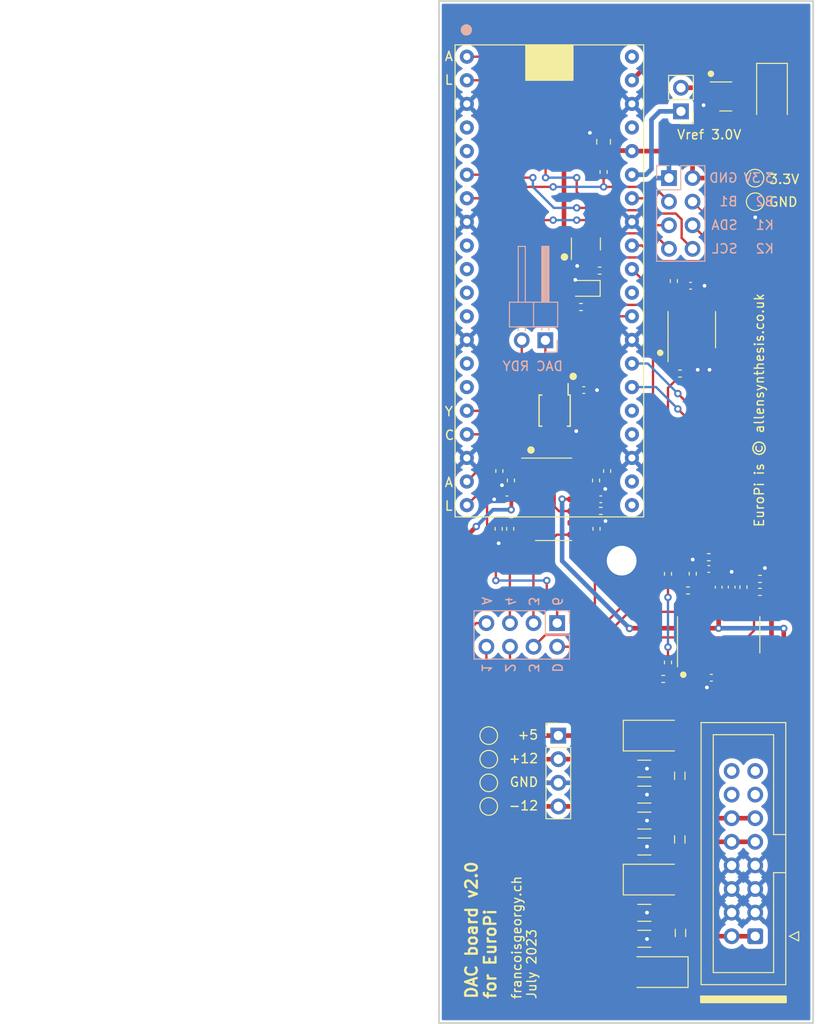
<source format=kicad_pcb>
(kicad_pcb (version 20221018) (generator pcbnew)
  (layers (0 "F.Cu" signal) (31 "B.Cu" signal) (34 "B.Paste" user) (35 "F.Paste" user) (36 "B.SilkS" user "B.Silkscreen") (37 "F.SilkS" user "F.Silkscreen") (38 "B.Mask" user) (39 "F.Mask" user) (44 "Edge.Cuts" user))
  (net 0 "")
  (net 1 "GND")
  (net 2 "/ADC_VREF")
  (net 3 "Net-(U3C-+)")
  (net 4 "/GP2")
  (net 5 "/GP3")
  (net 6 "Net-(U3D-+)")
  (net 7 "/Euro+5")
  (net 8 "/Euro+12")
  (net 9 "/Euro-12")
  (net 12 "/DIG_IN")
  (net 13 "/PWM1")
  (net 14 "/PWM2")
  (net 15 "/AN_IN")
  (net 18 "/OLED SDA P")
  (net 19 "/OLED SCL P")
  (net 20 "/DAC_RDY")
  (net 21 "/DAC_LDAC")
  (net 22 "/DAC_SDA")
  (net 23 "/DAC_SCL")
  (net 24 "/KNOB 2 P")
  (net 25 "/KNOB 1 P")
  (net 26 "Net-(D1-K)")
  (net 27 "Net-(D3-K)")
  (net 28 "Net-(D4-A)")
  (net 29 "Net-(R21-Pad2)")
  (net 30 "Net-(U5A--)")
  (net 31 "Net-(U4A--)")
  (net 32 "Net-(U4B--)")
  (net 33 "Net-(U4C--)")
  (net 34 "Net-(U4D--)")
  (net 35 "Net-(U3C--)")
  (net 36 "Net-(U3D--)")
  (net 49 "/BUTTON 1 P")
  (net 50 "/BUTTON 2 P")
  (net 51 "/OUTPUT 6 P")
  (net 52 "/OUTPUT 5 P")
  (net 53 "/OUTPUT 4 P")
  (net 54 "/ANALOGUE IN P")
  (net 55 "/OUTPUT 1 P")
  (net 56 "/OUTPUT 2 P")
  (net 57 "/OUTPUT 3 P")
  (net 58 "/DIGITAL IN P")
  (net 60 "/+5V")
  (net 61 "/+12V")
  (net 62 "/-12V")
  (net 63 "/+3.3V P")
  (net 64 "Net-(D5-A)")
  (net 68 "/DACA")
  (net 69 "/DACB")
  (net 70 "/DACC")
  (net 71 "/DACD")
  (net 72 "/DAC_RDY_JP")
  (net 73 "Net-(#FLG07-pwr)")
  (net 74 "/VREF30")
  (net 75 "Net-(U3A--)")
  (footprint "Capacitor_SMD:C_0402_1005Metric" (layer "F.Cu") (at 133.35 100.299 180)
    (fp_text reference "C4" hide)
    (fp_text value "100nF")
  )
  (footprint "Package_TO_SOT_SMD:SOT-23" (layer "F.Cu") (at 146.812 56.9468)
    (fp_text reference "U1" hide)
    (fp_text value "LM4040B30FTA")
  )
  (footprint "Capacitor_SMD:C_1206_3216Metric" (layer "F.Cu") (at 138.042 132.08)
    (fp_text reference "C25" hide)
    (fp_text value "22uF")
  )
  (footprint "Capacitor_SMD:C_1206_3216Metric" (layer "F.Cu") (at 138.042 129.286)
    (fp_text reference "C20" hide)
    (fp_text value "22uF")
  )
  (footprint "Resistor_SMD:R_0402_1005Metric" (layer "F.Cu") (at 133.223 75.692 180)
    (fp_text reference "R27" hide)
    (fp_text value "100K")
  )
  (footprint "Capacitor_SMD:C_1206_3216Metric" (layer "F.Cu") (at 138.042 144.8011)
    (fp_text reference "C24" hide)
    (fp_text value "22uF")
  )
  (footprint "Diode_SMD:D_SOD-323" (layer "F.Cu") (at 131.6736 77.597 180)
    (fp_text reference "D1" hide)
    (fp_text value "1N5817WS")
  )
  (footprint "TestPoint:TestPoint_Pad_D1.5mm" (layer "F.Cu") (at 121.285 130.81)
    (fp_text reference "TP3" hide)
    (fp_text value "TestPoint")
  )
  (footprint "Diode_SMD:D_SMA" (layer "F.Cu") (at 139.287 141.224)
    (fp_text reference "D4" hide)
    (fp_text value "STPS1L30")
  )
  (footprint "Resistor_SMD:R_0402_1005Metric" (layer "F.Cu") (at 133.35 101.5492)
    (fp_text reference "R33" hide)
    (fp_text value "100K")
  )
  (footprint "Resistor_SMD:R_0402_1005Metric" (layer "F.Cu") (at 140.589 108.3173 90)
    (fp_text reference "R22" hide)
    (fp_text value "22K")
  )
  (footprint "Package_TO_SOT_SMD:SOT-23" (layer "F.Cu") (at 131.7498 72.8218 90)
    (fp_text reference "Q1" hide)
    (fp_text value "MBT2222A")
  )
  (footprint "Capacitor_SMD:C_0402_1005Metric" (layer "F.Cu") (at 144.9832 107.7976 180)
    (fp_text reference "C10" hide)
    (fp_text value "100nF")
  )
  (footprint "Resistor_SMD:R_0402_1005Metric" (layer "F.Cu") (at 133.6548 65.0748 90)
    (fp_text reference "R24" hide)
    (fp_text value "10K")
  )
  (footprint "TestPoint:TestPoint_Pad_D1.5mm" (layer "F.Cu") (at 121.285 125.73)
    (fp_text reference "TP1" hide)
    (fp_text value "TestPoint")
  )
  (footprint "Eurorack:Raspberry Pi Pico" (layer "F.Cu") (at 118.925 52.665)
    (fp_text reference "RPI1" hide)
    (fp_text value "Raspberry_Pi_Pico")
  )
  (footprint "TestPoint:TestPoint_Pad_D1.5mm" (layer "F.Cu") (at 149.987 68.2752)
    (fp_text reference "TP6" hide)
    (fp_text value "TestPoint")
  )
  (footprint "Capacitor_SMD:C_1206_3216Metric" (layer "F.Cu") (at 138.042 137.668)
    (fp_text reference "C22" hide)
    (fp_text value "22uF")
  )
  (footprint "Package_SO:SOIC-8_3.9x4.9mm_P1.27mm" (layer "F.Cu") (at 143.1544 82.042 90)
    (fp_text reference "U5" hide)
    (fp_text value "MCP6002")
  )
  (footprint "Resistor_SMD:R_0402_1005Metric" (layer "F.Cu") (at 144.9832 106.5276 180)
    (fp_text reference "R2" hide)
    (fp_text value "1K")
  )
  (footprint "Resistor_SMD:R_0402_1005Metric" (layer "F.Cu") (at 143.256 108.3056 90)
    (fp_text reference "R30" hide)
    (fp_text value "100K")
  )
  (footprint "Resistor_SMD:R_0402_1005Metric" (layer "F.Cu") (at 140.589 117.856 90)
    (fp_text reference "R21" hide)
    (fp_text value "22K")
  )
  (footprint "Resistor_SMD:R_0402_1005Metric" (layer "F.Cu") (at 132.8928 103.4796 90)
    (fp_text reference "R39" hide)
    (fp_text value "220K")
  )
  (footprint "Package_SO:SOIC-14_3.9x8.7mm_P1.27mm" (layer "F.Cu") (at 128.268 100.299)
    (fp_text reference "U4" hide)
    (fp_text value "TL074")
  )
  (footprint "Capacitor_SMD:C_0402_1005Metric" (layer "F.Cu") (at 131.5212 88.5444)
    (fp_text reference "C8" hide)
    (fp_text value "100nF")
  )
  (footprint "Resistor_SMD:R_0402_1005Metric" (layer "F.Cu") (at 123.5992 103.4796 90)
    (fp_text reference "R38" hide)
    (fp_text value "220K")
  )
  (footprint "Resistor_SMD:R_0402_1005Metric" (layer "F.Cu") (at 132.842 98.2746 -90)
    (fp_text reference "R34" hide)
    (fp_text value "100K")
  )
  (footprint "Resistor_SMD:R_0402_1005Metric" (layer "F.Cu") (at 131.2164 79.6036)
    (fp_text reference "R26" hide)
    (fp_text value "10K")
  )
  (footprint "Resistor_SMD:R_0402_1005Metric" (layer "F.Cu") (at 142.748 110.109)
    (fp_text reference "R36" hide)
    (fp_text value "220K")
  )
  (footprint "Connector_PinHeader_2.54mm:PinHeader_1x02_P2.54mm_Vertical" (layer "F.Cu") (at 141.986 58.547 180)
    (fp_text reference "J7" hide)
    (fp_text value "Conn_01x02_Pin")
  )
  (footprint "Resistor_SMD:R_0402_1005Metric" (layer "F.Cu") (at 150.497 108.8644)
    (fp_text reference "R29" hide)
    (fp_text value "100K")
  )
  (footprint "Capacitor_SMD:C_0402_1005Metric" (layer "F.Cu") (at 145.2626 119.507 180)
    (fp_text reference "C5" hide)
    (fp_text value "100nF")
  )
  (footprint "Capacitor_SMD:C_0402_1005Metric" (layer "F.Cu") (at 147.447 109.7534 90)
    (fp_text reference "C9" hide)
    (fp_text value "100nF")
  )
  (footprint "Diode_SMD:D_SMA" (layer "F.Cu") (at 139.287 125.73)
    (fp_text reference "D5" hide)
    (fp_text value "STPS1L30")
  )
  (footprint "Diode_SMD:D_SMA" (layer "F.Cu") (at 139.242 151.1808 180)
    (fp_text reference "D3" hide)
    (fp_text value "STPS1L30")
  )
  (footprint "Capacitor_SMD:C_0805_2012Metric" (layer "F.Cu") (at 133.6548 61.8236 90)
    (fp_text reference "C1" hide)
    (fp_text value "10uF")
  )
  (footprint "Resistor_SMD:R_0402_1005Metric" (layer "F.Cu") (at 140.081 119.634)
    (fp_text reference "R28" hide)
    (fp_text value "100K")
  )
  (footprint "Inductor_SMD:L_0805_2012Metric" (layer "F.Cu") (at 141.859 130.048 90)
    (fp_text reference "FB1" hide)
    (fp_text value "FerriteBead")
  )
  (footprint "Connector_IDC:IDC-Header_2x08_P2.54mm_Vertical" (layer "F.Cu") (at 149.987 147.32 180)
    (fp_text reference "J1" hide)
    (fp_text value "Conn_02x08_Odd_Even")
  )
  (footprint "Capacitor_SMD:C_0402_1005Metric" (layer "F.Cu") (at 146.05 109.7534 -90)
    (fp_text reference "C6" hide)
    (fp_text value "100nF")
  )
  (footprint "Capacitor_SMD:C_1206_3216Metric" (layer "F.Cu") (at 138.042 147.5951)
    (fp_text reference "C23" hide)
    (fp_text value "22uF")
  )
  (footprint "Connector_PinHeader_2.54mm:PinHeader_1x04_P2.54mm_Vertical" (layer "F.Cu") (at 128.778 125.73)
    (fp_text reference "J6" hide)
    (fp_text value "Conn_01x04_Male")
  )
  (footprint "Resistor_SMD:R_0402_1005Metric" (layer "F.Cu") (at 122.3518 103.4796 -90)
    (fp_text reference "R32" hide)
    (fp_text value "100K")
  )
  (footprint "Inductor_SMD:L_0805_2012Metric" (layer "F.Cu") (at 141.859 136.906 -90)
    (fp_text reference "FB2" hide)
    (fp_text value "FerriteBead" hide)
  )
  (footprint "Resistor_SMD:R_0402_1005Metric" (layer "F.Cu") (at 123.6726 98.2726 -90)
    (fp_text reference "R31" hide)
    (fp_text value "100K")
  )
  (footprint "Diode_SMD:D_SMA" (layer "F.Cu") (at 151.7904 56.896 -90)
    (fp_text reference "D2" hide)
    (fp_text value "STPS1L30")
  )
  (footprint "Resistor_SMD:R_0402_1005Metric" (layer "F.Cu") (at 134.0358 97.2546 -90)
    (fp_text reference "R40" hide)
    (fp_text value "220K")
  )
  (footprint "Capacitor_SMD:C_0402_1005Metric" (layer "F.Cu") (at 123.2408 100.3046 180)
    (fp_text reference "C3" hide)
    (fp_text value "100nF")
  )
  (footprint "Capacitor_SMD:C_0402_1005Metric" (layer "F.Cu") (at 143.0248 77.3176)
    (fp_text reference "C7" hide)
    (fp_text value "100nF")
  )
  (footprint "Package_SO:MSOP-10_3x3mm_P0.5mm" (layer "F.Cu") (at 128.381 90.7542 -90)
    (fp_text reference "U2" hide)
    (fp_text value "MCP4728" hide)
  )
  (footprint "TestPoint:TestPoint_Pad_D1.5mm" (layer "F.Cu") (at 121.285 128.27)
    (fp_text reference "TP2" hide)
    (fp_text value "TestPoint")
  )
  (footprint "Capacitor_SMD:C_1206_3216Metric" (layer "F.Cu") (at 138.042 134.874)
    (fp_text reference "C21" hide)
    (fp_text value "22uF")
  )
  (footprint "Inductor_SMD:L_0805_2012Metric" (layer "F.Cu") (at 141.9352 146.9644 -90)
    (fp_text reference "FB3" hide)
    (fp_text value "FerriteBead" hide)
  )
  (footprint "TestPoint:TestPoint_Pad_D1.5mm" (layer "F.Cu") (at 121.285 133.35)
    (fp_text reference "TP4" hide)
    (fp_text value "TestPoint")
  )
  (footprint "Package_SO:SOIC-14_3.9x8.7mm_P1.27mm" (layer "F.Cu") (at 146.05 114.8842 90)
    (fp_text reference "U3" hide)
    (fp_text value "TL074")
  )
  (footprint "Resistor_SMD:R_0402_1005Metric" (layer "F.Cu") (at 148.717 109.7534 90)
    (fp_text reference "R1" hide)
    (fp_text value "1K")
  )
  (footprint "Resistor_SMD:R_0402_1005Metric" (layer "F.Cu") (at 141.8844 86.7664 180)
    (fp_text reference "R23" hide)
    (fp_text value "22K")
  )
  (footprint "Resistor_SMD:R_0402_1005Metric" (layer "F.Cu") (at 122.428 97.2566 -90)
    (fp_text reference "R37" hide)
    (fp_text value "220K")
  )
  (footprint "Resistor_SMD:R_0402_1005Metric" (layer "F.Cu") (at 141.224 76.8096 -90)
    (fp_text reference "R25" hide)
    (fp_text value "10K")
  )
  (footprint "TestPoint:TestPoint_Pad_D1.5mm" (layer "F.Cu") (at 149.9616 65.7352)
    (fp_text reference "TP5" hide)
    (fp_text value "TestPoint")
  )
  (footprint "Resistor_SMD:R_0402_1005Metric" (layer "F.Cu") (at 150.497 110.2614 180)
    (fp_text reference "R35" hide)
    (fp_text value "220K")
  )
  (footprint "Connector_PinSocket_2.54mm:PinSocket_2x04_P2.54mm_Vertical" (layer "B.Cu") (at 128.651 113.625 90)
    (fp_text reference "J3" hide)
    (fp_text value "Conn_02x04_Odd_Even")
  )
  (footprint "Connector_PinSocket_2.54mm:PinSocket_2x04_P2.54mm_Vertical" (layer "B.Cu") (at 140.696 65.725 180)
    (fp_text reference "J2" hide)
    (fp_text value "Conn_02x04_Odd_Even")
  )
  (footprint "Connector_PinHeader_2.54mm:PinHeader_1x02_P2.54mm_Horizontal" (layer "B.Cu") (at 127.381 83.185 90)
    (fp_text reference "J5" hide)
    (fp_text value "Conn_01x02_Pin")
  )
  (gr_circle (center 118.872 49.784) (end 118.372 49.784) (stroke (width 0.2)) (fill solid) (layer "B.SilkS"))
  (gr_circle (center 130.3782 87.0712) (end 130.6782 87.0712) (stroke (width 0.2)) (fill solid) (layer "F.SilkS"))
  (gr_circle (center 129.4384 74.2188) (end 129.4384 74.5188) (stroke (width 0.2)) (fill solid) (layer "F.SilkS"))
  (gr_circle (center 118.872 49.784) (end 119.372 49.784) (stroke (width 0.2)) (fill solid) (layer "F.SilkS"))
  (gr_rect (start 144.145 153.797) (end 153.289 154.432) (stroke (width 0.2)) (fill solid) (layer "F.SilkS"))
  (gr_circle (center 145.2118 54.5084) (end 145.4618 54.5084) (stroke (width 0.2)) (fill solid) (layer "F.SilkS"))
  (gr_circle (center 142.24 119.1768) (end 142.49 119.1768) (stroke (width 0.2)) (fill solid) (layer "F.SilkS"))
  (gr_circle (center 125.8316 94.996) (end 126.1316 94.996) (stroke (width 0.2)) (fill solid) (layer "F.SilkS"))
  (gr_circle (center 139.7508 84.5312) (end 140.0008 84.5312) (stroke (width 0.2)) (fill solid) (layer "F.SilkS"))
  (gr_rect (start 115.925 46.665) (end 156.225 156.665) (stroke (width 0.2)) (fill none) (layer "Edge.Cuts"))
  (gr_text "2" (at 122.9868 119.0244 270) (layer "B.SilkS") (effects (font (size 1 1) (thickness 0.153)) (justify left bottom mirror)))
  (gr_text "6" (at 128.0668 111.8616 270) (layer "B.SilkS") (effects (font (size 1 1) (thickness 0.153)) (justify left bottom mirror)))
  (gr_text "4" (at 122.9868 111.8616 270) (layer "B.SilkS") (effects (font (size 1 1) (thickness 0.153)) (justify left bottom mirror)))
  (gr_text "3" (at 125.5268 111.8616 270) (layer "B.SilkS") (effects (font (size 1 1) (thickness 0.153)) (justify left bottom mirror)))
  (gr_text "3.3V" (at 152.0952 66.294) (layer "B.SilkS") (effects (font (size 1 1) (thickness 0.153)) (justify left bottom mirror)))
  (gr_text "D" (at 128.0668 119.0244 270) (layer "B.SilkS") (effects (font (size 1 1) (thickness 0.153)) (justify left bottom mirror)))
  (gr_text "SCL" (at 148.1836 73.914) (layer "B.SilkS") (effects (font (size 1 1) (thickness 0.153)) (justify left bottom mirror)))
  (gr_text "1" (at 120.4468 119.0244 270) (layer "B.SilkS") (effects (font (size 1 1) (thickness 0.153)) (justify left bottom mirror)))
  (gr_text "3" (at 125.5268 119.0244 270) (layer "B.SilkS") (effects (font (size 1 1) (thickness 0.153)) (justify left bottom mirror)))
  (gr_text "DAC RDY" (at 129.3622 86.5632) (layer "B.SilkS") (effects (font (size 1 1) (thickness 0.153)) (justify left bottom mirror)))
  (gr_text "SDA" (at 148.1836 71.374) (layer "B.SilkS") (effects (font (size 1 1) (thickness 0.153)) (justify left bottom mirror)))
  (gr_text "K1" (at 152.0952 71.374) (layer "B.SilkS") (effects (font (size 1 1) (thickness 0.153)) (justify left bottom mirror)))
  (gr_text "GND" (at 148.1836 66.294) (layer "B.SilkS") (effects (font (size 1 1) (thickness 0.153)) (justify left bottom mirror)))
  (gr_text "B1" (at 148.1836 68.834) (layer "B.SilkS") (effects (font (size 1 1) (thickness 0.153)) (justify left bottom mirror)))
  (gr_text "A" (at 120.4468 111.766362 270) (layer "B.SilkS") (effects (font (size 1 1) (thickness 0.153)) (justify left bottom mirror)))
  (gr_text "B2" (at 152.0952 68.834) (layer "B.SilkS") (effects (font (size 1 1) (thickness 0.153)) (justify left bottom mirror)))
  (gr_text "K2" (at 152.0952 73.914) (layer "B.SilkS") (effects (font (size 1 1) (thickness 0.153)) (justify left bottom mirror)))
  (gr_text "L" (at 116.459 101.6) (layer "F.SilkS") (effects (font (size 1 1) (thickness 0.153)) (justify left bottom)))
  (gr_text "+12" (at 123.355219 128.778) (layer "F.SilkS") (effects (font (size 1 1) (thickness 0.153)) (justify left bottom)))
  (gr_text "Y" (at 116.459 91.44) (layer "F.SilkS") (effects (font (size 1 1) (thickness 0.153)) (justify left bottom)))
  (gr_text "+5" (at 124.3076 126.238) (layer "F.SilkS") (effects (font (size 1 1) (thickness 0.153)) (justify left bottom)))
  (gr_text "GND" (at 123.450457 131.318) (layer "F.SilkS") (effects (font (size 1 1) (thickness 0.153)) (justify left bottom)))
  (gr_text "EuroPi is © allensynthesis.co.uk" (at 151.003 103.378 90) (layer "F.SilkS") (effects (font (size 1 1) (thickness 0.153)) (justify left bottom)))
  (gr_text "francoisgeorgy.ch\nJuly 2023" (at 126.492 154.178 90) (layer "F.SilkS") (effects (font (size 1 1) (thickness 0.153)) (justify left bottom)))
  (gr_text "L" (at 116.459 55.753) (layer "F.SilkS") (effects (font (size 1 1) (thickness 0.153)) (justify left bottom)))
  (gr_text "Vref 3.0V" (at 141.478 61.6458) (layer "F.SilkS") (effects (font (size 1 1) (thickness 0.153)) (justify left bottom)))
  (gr_text "DAC board v2.0\nfor EuroPi " (at 122.174 154.178 90) (layer "F.SilkS") (effects (font (size 1.25 1.25) (thickness 0.25) bold) (justify left bottom)))
  (gr_text "-12" (at 123.355219 133.858) (layer "F.SilkS") (effects (font (size 1 1) (thickness 0.153)) (justify left bottom)))
  (gr_text "GND" (at 151.384 68.8848) (layer "F.SilkS") (effects (font (size 1 1) (thickness 0.153)) (justify left bottom)))
  (gr_text "3.3V" (at 151.384 66.4464) (layer "F.SilkS") (effects (font (size 1 1) (thickness 0.153)) (justify left bottom)))
  (gr_text "C" (at 116.459 93.98) (layer "F.SilkS") (effects (font (size 1 1) (thickness 0.153)) (justify left bottom)))
  (gr_text "A" (at 116.459 99.06) (layer "F.SilkS") (effects (font (size 1 1) (thickness 0.153)) (justify left bottom)))
  (gr_text "A" (at 116.459 53.213) (layer "F.SilkS") (effects (font (size 1 1) (thickness 0.153)) (justify left bottom)))
  (segment (start 122.6338 100.3046) (end 121.7422 100.3046) (width 0.4) (layer "F.Cu") (net 1))
  (segment (start 143.256 107.7956) (end 143.256 106.7816) (width 0.25) (layer "F.Cu") (net 1))
  (segment (start 122.7094 98.7826) (end 122.7074 98.7806) (width 0.4) (layer "F.Cu") (net 1))
  (segment (start 139.540333 132.08) (end 139.540333 134.857667) (width 0.5) (layer "F.Cu") (net 1))
  (segment (start 130.7998 73.7593) (end 130.7998 75.1738) (width 0.4) (layer "F.Cu") (net 1))
  (segment (start 138.3581 147.5951) (end 138.3284 147.6248) (width 0.4) (layer "F.Cu") (net 1))
  (segment (start 144.7826 119.507) (end 144.7826 117.3618) (width 0.3) (layer "F.Cu") (net 1))
  (segment (start 139.6002 147.5951) (end 139.6002 144.8011) (width 0.5) (layer "F.Cu") (net 1))
  (segment (start 139.517 144.8011) (end 138.3495 144.8011) (width 0.4) (layer "F.Cu") (net 1))
  (segment (start 147.447 109.2734) (end 147.447 108.1024) (width 0.25) (layer "F.Cu") (net 1))
  (segment (start 132.0012 88.5444) (end 132.9436 88.5444) (width 0.4) (layer "F.Cu") (net 1))
  (segment (start 129.431 92.964) (end 129.431 92.9542) (width 0.4) (layer "F.Cu") (net 1))
  (segment (start 139.517 134.874) (end 138.3284 134.874) (width 0.4) (layer "F.Cu") (net 1))
  (segment (start 133.86 101.768) (end 133.86 102.4128) (width 0.3) (layer "F.Cu") (net 1))
  (segment (start 133.83 100.299) (end 133.83 99.1896) (width 0.3) (layer "F.Cu") (net 1))
  (segment (start 144.7826 117.3618) (end 144.78 117.3592) (width 0.4) (layer "F.Cu") (net 1))
  (segment (start 133.6548 60.8736) (end 132.1968 60.8736) (width 0.5) (layer "F.Cu") (net 1))
  (segment (start 139.524 134.874) (end 139.524 137.619001) (width 0.5) (layer "F.Cu") (net 1))
  (segment (start 130.6236 76.6994) (end 130.6068 76.6826) (width 0.4) (layer "F.Cu") (net 1))
  (segment (start 139.540333 134.857667) (end 139.524 134.874) (width 0.5) (layer "F.Cu") (net 1))
  (segment (start 133.83 99.1896) (end 133.8326 99.187) (width 0.25) (layer "F.Cu") (net 1))
  (segment (start 144.526 77.3176) (end 143.5048 77.3176) (width 0.4) (layer "F.Cu") (net 1))
  (segment (start 151.007 108.8644) (end 151.007 107.7174) (width 0.25) (layer "F.Cu") (net 1))
  (segment (start 139.517 137.668) (end 138.3284 137.668) (width 0.4) (layer "F.Cu") (net 1))
  (segment (start 143.7894 86.3346) (end 143.8148 86.36) (width 0.4) (layer "F.Cu") (net 1))
  (segment (start 143.256 107.7956) (end 144.5012 107.7956) (width 0.25) (layer "F.Cu") (net 1))
  (segment (start 149.987 68.2752) (end 149.987 69.9516) (width 0.4) (layer "F.Cu") (net 1))
  (segment (start 123.6726 98.7826) (end 122.7094 98.7826) (width 0.4) (layer "F.Cu") (net 1))
  (segment (start 122.3518 103.9896) (end 122.3518 105.029) (width 0.4) (layer "F.Cu") (net 1))
  (segment (start 133.4302 98.7846) (end 133.8326 99.187) (width 0.3) (layer "F.Cu") (net 1))
  (segment (start 130.6236 77.597) (end 130.6236 76.6994) (width 0.4) (layer "F.Cu") (net 1))
  (segment (start 139.517 132.08) (end 138.3284 132.08) (width 0.4) (layer "F.Cu") (net 1))
  (segment (start 151.007 107.7174) (end 151.0284 107.696) (width 0.25) (layer "F.Cu") (net 1))
  (segment (start 139.517 147.5951) (end 138.3581 147.5951) (width 0.4) (layer "F.Cu") (net 1))
  (segment (start 144.78 119.5096) (end 144.7826 119.507) (width 0.4) (layer "F.Cu") (net 1))
  (segment (start 145.8643 57.8866) (end 145.8745 57.8968) (width 0.4) (layer "F.Cu") (net 1))
  (segment (start 130.7084 92.964) (end 129.431 92.964) (width 0.4) (layer "F.Cu") (net 1))
  (segment (start 132.842 98.7846) (end 133.4302 98.7846) (width 0.3) (layer "F.Cu") (net 1))
  (segment (start 139.556666 129.286) (end 139.556666 132.063667) (width 0.5) (layer "F.Cu") (net 1))
  (segment (start 130.7998 75.1738) (end 130.81 75.184) (width 0.4) (layer "F.Cu") (net 1))
  (segment (start 144.3228 57.8866) (end 145.8643 57.8866) (width 0.4) (layer "F.Cu") (net 1))
  (segment (start 145.0594 84.517) (end 145.0594 86.36) (width 0.4) (layer "F.Cu") (net 1))
  (segment (start 133.83 100.299) (end 133.83 101.5192) (width 0.3) (layer "F.Cu") (net 1))
  (segment (start 139.556666 132.063667) (end 139.540333 132.08) (width 0.5) (layer "F.Cu") (net 1))
  (segment (start 143.7894 84.517) (end 143.7894 86.3346) (width 0.4) (layer "F.Cu") (net 1))
  (segment (start 144.5012 107.7956) (end 144.5032 107.7976) (width 0.25) (layer "F.Cu") (net 1))
  (segment (start 139.517 129.286) (end 138.3284 129.286) (width 0.4) (layer "F.Cu") (net 1))
  (segment (start 128.778 130.81) (end 121.285 130.81) (width 0.5) (layer "F.Cu") (net 1))
  (segment (start 144.78 120.5484) (end 144.78 119.5096) (width 0.3) (layer "F.Cu") (net 1))
  (segment (start 146.05 109.2734) (end 147.447 109.2734) (width 0.25) (layer "F.Cu") (net 1))
  (segment (start 138.3495 144.8011) (end 138.3284 144.78) (width 0.4) (layer "F.Cu") (net 1))
  (segment (start 133.83 101.5192) (end 133.86 101.5492) (width 0.25) (layer "F.Cu") (net 1))
  (segment (start 132.1968 60.8736) (end 132.1816 60.8584) (width 0.5) (layer "F.Cu") (net 1))
  (via (at 147.447 108.1024) (size 0.8) (drill 0.4) (layers "F.Cu" "B.Cu") (net 1))
  (via (at 138.3284 144.78) (size 0.8) (drill 0.4) (layers "F.Cu" "B.Cu") (net 1))
  (via (at 121.8692 100.3046) (size 0.8) (drill 0.4) (layers "F.Cu" "B.Cu") (net 1))
  (via (at 143.256 106.7816) (size 0.8) (drill 0.4) (layers "F.Cu" "B.Cu") (net 1))
  (via (at 138.3284 134.874) (size 0.8) (drill 0.4) (layers "F.Cu" "B.Cu") (net 1))
  (via (at 130.7084 92.964) (size 0.8) (drill 0.4) (layers "F.Cu" "B.Cu") (net 1))
  (via (at 122.7074 98.7806) (size 0.8) (drill 0.4) (layers "F.Cu" "B.Cu") (net 1))
  (via (at 132.9436 88.5444) (size 0.8) (drill 0.4) (layers "F.Cu" "B.Cu") (net 1))
  (via (at 133.8326 99.187) (size 0.8) (drill 0.4) (layers "F.Cu" "B.Cu") (net 1))
  (via (at 151.0284 107.696) (size 0.8) (drill 0.4) (layers "F.Cu" "B.Cu") (net 1))
  (via (at 138.3284 132.08) (size 0.8) (drill 0.4) (layers "F.Cu" "B.Cu") (net 1))
  (via (at 138.3284 147.6248) (size 0.8) (drill 0.4) (layers "F.Cu" "B.Cu") (net 1))
  (via (at 130.81 75.184) (size 0.8) (drill 0.4) (layers "F.Cu" "B.Cu") (net 1))
  (via (at 143.7894 86.36) (size 0.8) (drill 0.4) (layers "F.Cu" "B.Cu") (net 1))
  (via (at 144.526 77.3176) (size 0.8) (drill 0.4) (layers "F.Cu" "B.Cu") (net 1))
  (via (at 135.6 106.9) (size 3.6) (drill 3.2) (layers "F.Cu" "B.Cu") (net 1))
  (via (at 138.3284 129.286) (size 0.8) (drill 0.4) (layers "F.Cu" "B.Cu") (net 1))
  (via (at 130.6068 76.6826) (size 0.8) (drill 0.4) (layers "F.Cu" "B.Cu") (net 1))
  (via (at 149.987 69.9516) (size 0.8) (drill 0.4) (layers "F.Cu" "B.Cu") (net 1))
  (via (at 122.3518 105.029) (size 0.8) (drill 0.4) (layers "F.Cu" "B.Cu") (net 1))
  (via (at 133.858 102.6414) (size 0.8) (drill 0.4) (layers "F.Cu" "B.Cu") (net 1))
  (via (at 138.3284 137.668) (size 0.8) (drill 0.4) (layers "F.Cu" "B.Cu") (net 1))
  (via (at 144.4244 57.8866) (size 0.8) (drill 0.4) (layers "F.Cu" "B.Cu") (net 1))
  (via (at 144.78 120.5484) (size 0.8) (drill 0.4) (layers "F.Cu" "B.Cu") (net 1))
  (via (at 132.1816 60.8584) (size 0.8) (drill 0.4) (layers "F.Cu" "B.Cu") (net 1))
  (via (at 145.0594 86.36) (size 0.8) (drill 0.4) (layers "F.Cu" "B.Cu") (net 1))
  (segment (start 139.7 58.547) (end 141.986 58.547) (width 0.5) (layer "B.Cu") (net 2))
  (segment (start 136.705 65.365) (end 138.216 65.365) (width 0.5) (layer "B.Cu") (net 2))
  (segment (start 138.811 59.436) (end 139.7 58.547) (width 0.5) (layer "B.Cu") (net 2))
  (segment (start 138.216 65.365) (end 138.811 64.77) (width 0.5) (layer "B.Cu") (net 2))
  (segment (start 138.811 64.77) (end 138.811 59.436) (width 0.5) (layer "B.Cu") (net 2))
  (segment (start 147.447 110.2334) (end 147.447 112.2822) (width 0.25) (layer "F.Cu") (net 3))
  (segment (start 148.717 110.2634) (end 147.477 110.2634) (width 0.25) (layer "F.Cu") (net 3))
  (segment (start 147.477 110.2634) (end 147.447 110.2334) (width 0.25) (layer "F.Cu") (net 3))
  (segment (start 147.447 112.2822) (end 147.32 112.4092) (width 0.25) (layer "F.Cu") (net 3))
  (segment (start 145.4632 106.5576) (end 145.4932 106.5276) (width 0.25) (layer "F.Cu") (net 6))
  (segment (start 144.78 109.1946) (end 145.4658 108.5088) (width 0.25) (layer "F.Cu") (net 6))
  (segment (start 144.78 110.2106) (end 144.78 109.1946) (width 0.25) (layer "F.Cu") (net 6))
  (segment (start 145.4632 108.5062) (end 145.4632 107.7976) (width 0.25) (layer "F.Cu") (net 6))
  (segment (start 145.4658 108.5088) (end 145.4632 108.5062) (width 0.25) (layer "F.Cu") (net 6))
  (segment (start 144.78 112.4092) (end 144.78 110.2106) (width 0.25) (layer "F.Cu") (net 6))
  (segment (start 145.4632 107.7976) (end 145.4632 106.5576) (width 0.25) (layer "F.Cu") (net 6))
  (segment (start 144.78 133.731) (end 144.78 131.953) (width 0.5) (layer "F.Cu") (net 7))
  (segment (start 147.447 134.62) (end 145.669 134.62) (width 0.5) (layer "F.Cu") (net 7))
  (segment (start 147.447 134.62) (end 149.987 134.62) (width 0.5) (layer "F.Cu") (net 7))
  (segment (start 144.78 131.953) (end 143.9375 131.1105) (width 0.5) (layer "F.Cu") (net 7))
  (segment (start 141.859 131.1105) (end 143.9375 131.1105) (width 0.5) (layer "F.Cu") (net 7))
  (segment (start 145.669 134.62) (end 144.78 133.731) (width 0.5) (layer "F.Cu") (net 7))
  (segment (start 147.447 137.16) (end 149.987 137.16) (width 0.5) (layer "F.Cu") (net 8))
  (segment (start 141.859 135.8435) (end 143.7175 135.8435) (width 0.5) (layer "F.Cu") (net 8))
  (segment (start 145.034 137.16) (end 147.447 137.16) (width 0.5) (layer "F.Cu") (net 8))
  (segment (start 143.7175 135.8435) (end 145.034 137.16) (width 0.5) (layer "F.Cu") (net 8))
  (segment (start 144.1153 145.9019) (end 141.9352 145.9019) (width 0.5) (layer "F.Cu") (net 9))
  (segment (start 145.542 147.32) (end 144.1196 145.8976) (width 0.5) (layer "F.Cu") (net 9))
  (segment (start 144.1196 145.8976) (end 144.1153 145.9019) (width 0.5) (layer "F.Cu") (net 9))
  (segment (start 147.447 147.32) (end 145.542 147.32) (width 0.5) (layer "F.Cu") (net 9))
  (segment (start 147.447 147.32) (end 149.987 147.32) (width 0.5) (layer "F.Cu") (net 9))
  (segment (start 134.4314 80.605) (end 136.705 80.605) (width 0.25) (layer "F.Cu") (net 12))
  (segment (start 131.7264 79.6036) (end 133.4008 79.6036) (width 0.25) (layer "F.Cu") (net 12))
  (segment (start 133.4008 79.6036) (end 134.4168 80.6196) (width 0.25) (layer "F.Cu") (net 12))
  (segment (start 131.7498 79.5802) (end 131.7264 79.6036) (width 0.25) (layer "F.Cu") (net 12))
  (segment (start 131.7498 71.8843) (end 131.7498 79.5802) (width 0.25) (layer "F.Cu") (net 12))
  (segment (start 134.4168 80.6196) (end 134.4314 80.605) (width 0.25) (layer "F.Cu") (net 12))
  (segment (start 141.6558 88.9254) (end 144.526 91.7956) (width 0.25) (layer "F.Cu") (net 13))
  (segment (start 148.717 107.569) (end 148.717 109.2434) (width 0.25) (layer "F.Cu") (net 13))
  (segment (start 144.526 91.7956) (end 144.526 103.378) (width 0.25) (layer "F.Cu") (net 13))
  (segment (start 144.526 103.378) (end 148.717 107.569) (width 0.25) (layer "F.Cu") (net 13))
  (via (at 141.6558 88.9254) (size 0.8) (drill 0.4) (layers "F.Cu" "B.Cu") (net 13))
  (segment (start 141.6558 88.9254) (end 138.4154 85.685) (width 0.25) (layer "B.Cu") (net 13))
  (segment (start 138.4154 85.685) (end 136.705 85.685) (width 0.25) (layer "B.Cu") (net 13))
  (segment (start 143.51 92.4306) (end 143.51 103.632) (width 0.25) (layer "F.Cu") (net 14))
  (segment (start 141.6558 90.5764) (end 143.51 92.4306) (width 0.25) (layer "F.Cu") (net 14))
  (segment (start 143.51 103.632) (end 144.4986 104.6206) (width 0.25) (layer "F.Cu") (net 14))
  (segment (start 144.4986 104.6206) (end 144.4986 106.5276) (width 0.25) (layer "F.Cu") (net 14))
  (via (at 141.6558 90.5764) (size 0.8) (drill 0.4) (layers "F.Cu" "B.Cu") (net 14))
  (segment (start 139.3044 88.225) (end 136.705 88.225) (width 0.25) (layer "B.Cu") (net 14))
  (segment (start 141.6558 90.5764) (end 139.3044 88.225) (width 0.25) (layer "B.Cu") (net 14))
  (segment (start 136.705 75.525) (end 138.4468 77.2668) (width 0.25) (layer "F.Cu") (net 15))
  (segment (start 141.2494 86.6414) (end 141.3744 86.7664) (width 0.25) (layer "F.Cu") (net 15))
  (segment (start 138.4468 77.2668) (end 138.4468 77.2836) (width 0.25) (layer "F.Cu") (net 15))
  (segment (start 138.4468 77.2836) (end 140.0556 78.8924) (width 0.25) (layer "F.Cu") (net 15))
  (segment (start 141.2494 84.517) (end 141.2494 86.6414) (width 0.25) (layer "F.Cu") (net 15))
  (segment (start 140.0556 78.8924) (end 140.0556 82.2452) (width 0.25) (layer "F.Cu") (net 15))
  (segment (start 140.0556 82.2452) (end 141.2494 83.439) (width 0.25) (layer "F.Cu") (net 15))
  (segment (start 141.2494 83.439) (end 141.2494 84.517) (width 0.25) (layer "F.Cu") (net 15))
  (segment (start 120.483 52.665) (end 123.6472 55.8292) (width 0.25) (layer "F.Cu") (net 18))
  (segment (start 123.6472 60.96) (end 123.6472 60.2996) (width 0.25) (layer "F.Cu") (net 18))
  (segment (start 123.6472 55.8292) (end 123.6472 59.436) (width 0.25) (layer "F.Cu") (net 18))
  (segment (start 123.6472 59.436) (end 123.6472 60.2996) (width 0.25) (layer "F.Cu") (net 18))
  (segment (start 127.4064 64.7192) (end 127.1016 64.4144) (width 0.25) (layer "F.Cu") (net 18))
  (segment (start 127.1016 64.4144) (end 123.6472 60.96) (width 0.25) (layer "F.Cu") (net 18))
  (segment (start 118.925 52.665) (end 120.483 52.665) (width 0.25) (layer "F.Cu") (net 18))
  (segment (start 139.2834 70.805) (end 137.668 69.1896) (width 0.25) (layer "F.Cu") (net 18))
  (segment (start 140.696 70.805) (end 139.2834 70.805) (width 0.25) (layer "F.Cu") (net 18))
  (segment (start 133.6548 67.7672) (end 131.318 67.7672) (width 0.25) (layer "F.Cu") (net 18))
  (segment (start 137.668 69.1896) (end 135.0772 69.1896) (width 0.25) (layer "F.Cu") (net 18))
  (segment (start 135.0772 69.1896) (end 133.6548 67.7672) (width 0.25) (layer "F.Cu") (net 18))
  (segment (start 127.4064 65.6844) (end 127.4064 64.7192) (width 0.25) (layer "F.Cu") (net 18))
  (segment (start 130.7592 67.2084) (end 131.318 67.7672) (width 0.25) (layer "F.Cu") (net 18))
  (segment (start 130.7592 65.6844) (end 130.7592 67.2084) (width 0.25) (layer "F.Cu") (net 18))
  (via (at 127.4064 65.6844) (size 0.8) (drill 0.4) (layers "F.Cu" "B.Cu") (net 18))
  (via (at 130.7592 65.6844) (size 0.8) (drill 0.4) (layers "F.Cu" "B.Cu") (net 18))
  (segment (start 127.508 65.6844) (end 130.7592 65.6844) (width 0.25) (layer "B.Cu") (net 18))
  (segment (start 139.0298 71.6788) (end 135.636 71.6788) (width 0.25) (layer "F.Cu") (net 19))
  (segment (start 118.925 55.205) (end 120.737 55.205) (width 0.25) (layer "F.Cu") (net 19))
  (segment (start 121.7676 63.2968) (end 124.1552 65.6844) (width 0.25) (layer "F.Cu") (net 19))
  (segment (start 132.8928 68.9356) (end 130.7592 68.9356) (width 0.25) (layer "F.Cu") (net 19))
  (segment (start 135.636 71.6788) (end 132.8928 68.9356) (width 0.25) (layer "F.Cu") (net 19))
  (segment (start 120.737 55.205) (end 121.7676 56.2356) (width 0.25) (layer "F.Cu") (net 19))
  (segment (start 124.1552 65.6844) (end 126.0348 65.6844) (width 0.25) (layer "F.Cu") (net 19))
  (segment (start 121.7676 56.2356) (end 121.7676 63.2968) (width 0.25) (layer "F.Cu") (net 19))
  (segment (start 140.696 73.345) (end 139.0298 71.6788) (width 0.25) (layer "F.Cu") (net 19))
  (via (at 126.0348 65.6844) (size 0.8) (drill 0.4) (layers "F.Cu" "B.Cu") (net 19))
  (via (at 130.7592 68.9356) (size 0.8) (drill 0.4) (layers "F.Cu" "B.Cu") (net 19))
  (segment (start 126.0348 66.676396) (end 126.0348 65.6844) (width 0.25) (layer "B.Cu") (net 19))
  (segment (start 128.294004 68.9356) (end 126.0348 66.676396) (width 0.25) (layer "B.Cu") (net 19))
  (segment (start 130.7592 68.9356) (end 128.294004 68.9356) (width 0.25) (layer "B.Cu") (net 19))
  (segment (start 127.381 83.185) (end 127.381 88.5542) (width 0.25) (layer "F.Cu") (net 20))
  (segment (start 125.4252 90.551) (end 122.6712 93.305) (width 0.25) (layer "F.Cu") (net 21))
  (segment (start 127.4572 90.551) (end 127.881 90.1272) (width 0.25) (layer "F.Cu") (net 21))
  (segment (start 125.5776 90.551) (end 125.4252 90.551) (width 0.25) (layer "F.Cu") (net 21))
  (segment (start 127.881 90.1272) (end 127.881 88.5542) (width 0.25) (layer "F.Cu") (net 21))
  (segment (start 125.5776 90.551) (end 127.4572 90.551) (width 0.25) (layer "F.Cu") (net 21))
  (segment (start 118.925 93.305) (end 122.6712 93.305) (width 0.25) (layer "F.Cu") (net 21))
  (segment (start 118.925 98.385) (end 119.7864 97.5236) (width 0.25) (layer "F.Cu") (net 22))
  (segment (start 125.603 91.1098) (end 127.9652 91.1098) (width 0.25) (layer "F.Cu") (net 22))
  (segment (start 119.7864 96.9264) (end 125.603 91.1098) (width 0.25) (layer "F.Cu") (net 22))
  (segment (start 119.7864 97.5236) (end 119.7864 96.9264) (width 0.25) (layer "F.Cu") (net 22))
  (segment (start 127.9652 91.1098) (end 128.381 90.694) (width 0.25) (layer "F.Cu") (net 22))
  (segment (start 128.381 90.694) (end 128.381 88.5542) (width 0.25) (layer "F.Cu") (net 22))
  (segment (start 120.4722 99.3778) (end 120.4722 97.1804) (width 0.25) (layer "F.Cu") (net 23))
  (segment (start 120.4722 97.0026) (end 125.8062 91.6686) (width 0.25) (layer "F.Cu") (net 23))
  (segment (start 120.4722 97.1804) (end 120.4722 97.0026) (width 0.25) (layer "F.Cu") (net 23))
  (segment (start 125.8062 91.6686) (end 128.1684 91.6686) (width 0.25) (layer "F.Cu") (net 23))
  (segment (start 119.9834 99.8666) (end 120.4722 99.3778) (width 0.25) (layer "F.Cu") (net 23))
  (segment (start 128.881 90.956) (end 128.881 88.5542) (width 0.25) (layer "F.Cu") (net 23))
  (segment (start 128.1684 91.6686) (end 128.881 90.956) (width 0.25) (layer "F.Cu") (net 23))
  (segment (start 119.9834 99.8666) (end 118.925 100.925) (width 0.25) (layer "F.Cu") (net 23))
  (segment (start 142.061 72.17) (end 143.236 73.345) (width 0.25) (layer "F.Cu") (net 24))
  (segment (start 141.4272 69.5452) (end 141.6558 69.7738) (width 0.25) (layer "F.Cu") (net 24))
  (segment (start 139.0396 69.5452) (end 141.4272 69.5452) (width 0.25) (layer "F.Cu") (net 24))
  (segment (start 138.7856 69.2912) (end 139.0396 69.5452) (width 0.25) (layer "F.Cu") (net 24))
  (segment (start 138.7856 68.4784) (end 138.7856 69.2912) (width 0.25) (layer "F.Cu") (net 24))
  (segment (start 142.061 70.179) (end 142.061 72.17) (width 0.25) (layer "F.Cu") (net 24))
  (segment (start 141.6558 69.7738) (end 142.061 70.179) (width 0.25) (layer "F.Cu") (net 24))
  (segment (start 138.2122 67.905) (end 138.7856 68.4784) (width 0.25) (layer "F.Cu") (net 24))
  (segment (start 136.705 67.905) (end 138.2122 67.905) (width 0.25) (layer "F.Cu") (net 24))
  (segment (start 139.4968 74.676) (end 144.3228 74.676) (width 0.25) (layer "F.Cu") (net 25))
  (segment (start 136.705 72.985) (end 137.8058 72.985) (width 0.25) (layer "F.Cu") (net 25))
  (segment (start 137.8058 72.985) (end 139.4968 74.676) (width 0.25) (layer "F.Cu") (net 25))
  (segment (start 144.3228 74.676) (end 144.7292 74.2696) (width 0.25) (layer "F.Cu") (net 25))
  (segment (start 144.7292 74.2696) (end 144.7292 72.2982) (width 0.25) (layer "F.Cu") (net 25))
  (segment (start 144.7292 72.2982) (end 143.236 70.805) (width 0.25) (layer "F.Cu") (net 25))
  (segment (start 132.7236 77.597) (end 132.7236 75.7026) (width 0.3) (layer "F.Cu") (net 26))
  (segment (start 132.6998 73.7593) (end 132.6998 75.6798) (width 0.25) (layer "F.Cu") (net 26))
  (segment (start 141.2936 151.1808) (end 141.9352 150.5392) (width 0.25) (layer "F.Cu") (net 27))
  (segment (start 141.2936 151.13) (end 141.859 150.5646) (width 0.25) (layer "F.Cu") (net 27))
  (segment (start 141.9352 150.5392) (end 141.9352 148.0269) (width 0.25) (layer "F.Cu") (net 27))
  (segment (start 141.351 141.224) (end 141.859 140.716) (width 0.5) (layer "F.Cu") (net 28))
  (segment (start 141.859 140.716) (end 141.859 137.9685) (width 0.5) (layer "F.Cu") (net 28))
  (segment (start 140.589 117.346) (end 140.589 116.332) (width 0.25) (layer "F.Cu") (net 29))
  (segment (start 140.589 110.8456) (end 140.589 108.8273) (width 0.25) (layer "F.Cu") (net 29))
  (segment (start 142.2268 117.346) (end 142.24 117.3592) (width 0.25) (layer "F.Cu") (net 29))
  (segment (start 140.589 117.346) (end 142.2268 117.346) (width 0.25) (layer "F.Cu") (net 29))
  (via (at 140.589 116.205) (size 0.8) (drill 0.4) (layers "F.Cu" "B.Cu") (net 29))
  (via (at 140.589 110.8456) (size 0.8) (drill 0.4) (layers "F.Cu" "B.Cu") (net 29))
  (segment (start 140.589 116.205) (end 140.589 110.8456) (width 0.25) (layer "B.Cu") (net 29))
  (segment (start 140.589 107.8073) (end 140.589 88.3158) (width 0.25) (layer "F.Cu") (net 30))
  (segment (start 141.2748 87.63) (end 142.24 87.63) (width 0.25) (layer "F.Cu") (net 30))
  (segment (start 142.5194 84.517) (end 142.5194 86.6414) (width 0.25) (layer "F.Cu") (net 30))
  (segment (start 142.5194 86.6414) (end 142.3944 86.7664) (width 0.25) (layer "F.Cu") (net 30))
  (segment (start 142.3944 87.4756) (end 142.3944 86.7664) (width 0.25) (layer "F.Cu") (net 30))
  (segment (start 140.589 88.3158) (end 141.2748 87.63) (width 0.25) (layer "F.Cu") (net 30))
  (segment (start 142.24 87.63) (end 142.3944 87.4756) (width 0.25) (layer "F.Cu") (net 30))
  (segment (start 123.6686 97.7666) (end 123.6726 97.7626) (width 0.25) (layer "F.Cu") (net 31))
  (segment (start 122.428 97.7666) (end 123.6686 97.7666) (width 0.25) (layer "F.Cu") (net 31))
  (segment (start 125.793 97.759) (end 123.604 97.759) (width 0.25) (layer "F.Cu") (net 31))
  (segment (start 125.793 102.839) (end 123.854 102.839) (width 0.25) (layer "F.Cu") (net 32))
  (segment (start 122.3518 102.9696) (end 123.5992 102.9696) (width 0.25) (layer "F.Cu") (net 32))
  (segment (start 123.6492 102.9196) (end 123.5992 102.9696) (width 0.25) (layer "F.Cu") (net 32))
  (segment (start 132.84 102.9168) (end 132.8928 102.9696) (width 0.25) (layer "F.Cu") (net 33))
  (segment (start 130.743 102.839) (end 132.739 102.839) (width 0.25) (layer "F.Cu") (net 33))
  (segment (start 132.84 101.5492) (end 132.84 102.9168) (width 0.25) (layer "F.Cu") (net 33))
  (segment (start 132.739 102.839) (end 132.991 103.091) (width 0.25) (layer "F.Cu") (net 33))
  (segment (start 132.823 97.759) (end 132.84 97.776) (width 0.25) (layer "F.Cu") (net 34))
  (segment (start 130.743 97.759) (end 132.823 97.759) (width 0.25) (layer "F.Cu") (net 34))
  (segment (start 134.0358 97.7646) (end 132.842 97.7646) (width 0.25) (layer "F.Cu") (net 34))
  (segment (start 149.987 108.8644) (end 149.987 110.2614) (width 0.25) (layer "F.Cu") (net 35))
  (segment (start 149.987 110.2614) (end 148.59 111.6584) (width 0.25) (layer "F.Cu") (net 35))
  (segment (start 148.59 111.6584) (end 148.59 112.4092) (width 0.25) (layer "F.Cu") (net 35))
  (segment (start 143.258 110.6952) (end 143.51 110.9472) (width 0.25) (layer "F.Cu") (net 36))
  (segment (start 143.258 110.109) (end 143.258 110.6952) (width 0.25) (layer "F.Cu") (net 36))
  (segment (start 143.51 110.9472) (end 143.51 112.4092) (width 0.25) (layer "F.Cu") (net 36))
  (segment (start 143.258 110.109) (end 143.258 108.712) (width 0.25) (layer "F.Cu") (net 36))
  (segment (start 118.925 65.365) (end 120.3306 65.365) (width 0.25) (layer "F.Cu") (net 49))
  (segment (start 133.6548 66.6242) (end 133.7056 66.675) (width 0.25) (layer "F.Cu") (net 49))
  (segment (start 133.9596 66.675) (end 133.7056 66.675) (width 0.25) (layer "F.Cu") (net 49))
  (segment (start 133.6548 65.5848) (end 133.6548 66.6242) (width 0.25) (layer "F.Cu") (net 49))
  (segment (start 139.741 67.31) (end 139.065 67.31) (width 0.25) (layer "F.Cu") (net 49))
  (segment (start 120.3306 65.365) (end 121.285 66.3194) (width 0.25) (layer "F.Cu") (net 49))
  (segment (start 128.2192 66.675) (end 121.6406 66.675) (width 0.25) (layer "F.Cu") (net 49))
  (segment (start 136.4488 66.675) (end 133.9596 66.675) (width 0.25) (layer "F.Cu") (net 49))
  (segment (start 139.065 67.31) (end 138.43 66.675) (width 0.25) (layer "F.Cu") (net 49))
  (segment (start 140.696 68.265) (end 139.741 67.31) (width 0.25) (layer "F.Cu") (net 49))
  (segment (start 138.43 66.675) (end 136.4488 66.675) (width 0.25) (layer "F.Cu") (net 49))
  (segment (start 121.6406 66.675) (end 121.285 66.3194) (width 0.25) (layer "F.Cu") (net 49))
  (via (at 128.2192 66.675) (size 0.8) (drill 0.4) (layers "F.Cu" "B.Cu") (net 49))
  (via (at 133.6548 66.675) (size 0.8) (drill 0.4) (layers "F.Cu" "B.Cu") (net 49))
  (segment (start 128.2192 66.675) (end 133.6548 66.675) (width 0.25) (layer "B.Cu") (net 49))
  (segment (start 145.2372 70.2662) (end 145.2372 74.9808) (width 0.2) (layer "F.Cu") (net 50))
  (segment (start 143.9164 76.3016) (end 143.9144 76.2996) (width 0.2) (layer "F.Cu") (net 50))
  (segment (start 132.6388 70.2564) (end 134.3152 71.9328) (width 0.25) (layer "F.Cu") (net 50))
  (segment (start 143.236 68.265) (end 145.2372 70.2662) (width 0.2) (layer "F.Cu") (net 50))
  (segment (start 120.8386 67.905) (end 123.19 70.2564) (width 0.25) (layer "F.Cu") (net 50))
  (segment (start 138.5316 75.184) (end 137.6172 74.2696) (width 0.25) (layer "F.Cu") (net 50))
  (segment (start 118.925 67.905) (end 120.8386 67.905) (width 0.25) (layer "F.Cu") (net 50))
  (segment (start 134.3152 73.1012) (end 135.4836 74.2696) (width 0.25) (layer "F.Cu") (net 50))
  (segment (start 137.6172 74.2696) (end 135.4836 74.2696) (width 0.25) (layer "F.Cu") (net 50))
  (segment (start 143.9144 76.2996) (end 141.224 76.2996) (width 0.2) (layer "F.Cu") (net 50))
  (segment (start 130.81 70.2564) (end 132.6388 70.2564) (width 0.25) (layer "F.Cu") (net 50))
  (segment (start 134.3152 71.9328) (end 134.3152 73.1012) (width 0.25) (layer "F.Cu") (net 50))
  (segment (start 139.6472 76.2996) (end 138.5316 75.184) (width 0.25) (layer "F.Cu") (net 50))
  (segment (start 141.224 76.2996) (end 139.6472 76.2996) (width 0.25) (layer "F.Cu") (net 50))
  (segment (start 123.19 70.2564) (end 128.2192 70.2564) (width 0.25) (layer "F.Cu") (net 50))
  (segment (start 145.2372 74.9808) (end 143.9164 76.3016) (width 0.2) (layer "F.Cu") (net 50))
  (via (at 128.2192 70.2564) (size 0.8) (drill 0.4) (layers "F.Cu" "B.Cu") (net 50))
  (via (at 130.7592 70.2564) (size 0.8) (drill 0.4) (layers "F.Cu" "B.Cu") (net 50))
  (segment (start 128.2192 70.2564) (end 130.7592 70.2564) (width 0.25) (layer "B.Cu") (net 50))
  (segment (start 122.428 96.7466) (end 121.6934 96.7466) (width 0.25) (layer "F.Cu") (net 51))
  (segment (start 122.428 96.7466) (end 123.1666 96.7466) (width 0.25) (layer "F.Cu") (net 51))
  (segment (start 128.651 113.625) (end 128.651 112.1156) (width 0.25) (layer "F.Cu") (net 51))
  (segment (start 122.047 106.8832) (end 122.047 109.0422) (width 0.25) (layer "F.Cu") (net 51))
  (segment (start 128.651 112.1156) (end 127.5334 110.998) (width 0.25) (layer "F.Cu") (net 51))
  (segment (start 121.1072 105.9434) (end 122.047 106.8832) (width 0.25) (layer "F.Cu") (net 51))
  (segment (start 123.1666 96.7466) (end 123.4242 96.489) (width 0.25) (layer "F.Cu") (net 51))
  (segment (start 127.5334 110.998) (end 127.5334 109.0422) (width 0.25) (layer "F.Cu") (net 51))
  (segment (start 121.6934 96.7466) (end 121.1072 97.3328) (width 0.25) (layer "F.Cu") (net 51))
  (segment (start 123.4242 96.489) (end 125.793 96.489) (width 0.25) (layer "F.Cu") (net 51))
  (segment (start 121.1072 97.3328) (end 121.1072 105.9434) (width 0.25) (layer "F.Cu") (net 51))
  (via (at 127.5334 109.0422) (size 0.8) (drill 0.4) (layers "F.Cu" "B.Cu") (net 51))
  (via (at 122.047 109.0422) (size 0.8) (drill 0.4) (layers "F.Cu" "B.Cu") (net 51))
  (segment (start 122.047 109.0422) (end 127.5334 109.0422) (width 0.25) (layer "B.Cu") (net 51))
  (segment (start 130.743 104.109) (end 132.989 104.109) (width 0.25) (layer "F.Cu") (net 52))
  (segment (start 126.095 106.6198) (end 126.095 113.625) (width 0.25) (layer "F.Cu") (net 52))
  (segment (start 130.743 104.109) (end 128.6058 104.109) (width 0.25) (layer "F.Cu") (net 52))
  (segment (start 128.6058 104.109) (end 126.095 106.6198) (width 0.25) (layer "F.Cu") (net 52))
  (segment (start 123.555 104.0056) (end 123.571 103.9896) (width 0.25) (layer "F.Cu") (net 53))
  (segment (start 125.793 104.109) (end 123.604 104.109) (width 0.25) (layer "F.Cu") (net 53))
  (segment (start 123.555 113.625) (end 123.555 104.0056) (width 0.25) (layer "F.Cu") (net 53))
  (segment (start 139.571 119.634) (end 119.888 119.634) (width 0.25) (layer "F.Cu") (net 54))
  (segment (start 119.888 119.634) (end 118.999 118.745) (width 0.25) (layer "F.Cu") (net 54))
  (segment (start 118.999 114.554) (end 119.928 113.625) (width 0.25) (layer "F.Cu") (net 54))
  (segment (start 119.928 113.625) (end 121.031 113.625) (width 0.25) (layer "F.Cu") (net 54))
  (segment (start 118.999 118.745) (end 118.999 114.554) (width 0.25) (layer "F.Cu") (net 54))
  (segment (start 151.007 110.2614) (end 151.007 111.2622) (width 0.25) (layer "F.Cu") (net 55))
  (segment (start 151.007 111.2622) (end 149.86 112.4092) (width 0.25) (layer "F.Cu") (net 55))
  (segment (start 121.031 117.4496) (end 121.031 116.165) (width 0.25) (layer "F.Cu") (net 55))
  (segment (start 149.86 114.427) (end 149.1234 115.1636) (width 0.25) (layer "F.Cu") (net 55))
  (segment (start 149.86 112.4092) (end 149.86 114.427) (width 0.25) (layer "F.Cu") (net 55))
  (segment (start 122.174 118.5926) (end 121.031 117.4496) (width 0.25) (layer "F.Cu") (net 55))
  (segment (start 149.1234 115.1636) (end 135.0264 115.1636) (width 0.25) (layer "F.Cu") (net 55))
  (segment (start 135.0264 115.1636) (end 131.5974 118.5926) (width 0.25) (layer "F.Cu") (net 55))
  (segment (start 131.5974 118.5926) (end 122.174 118.5926) (width 0.25) (layer "F.Cu") (net 55))
  (segment (start 142.238 112.4072) (end 142.24 112.4092) (width 0.25) (layer "F.Cu") (net 56))
  (segment (start 142.24 112.4092) (end 136.4092 112.4092) (width 0.25) (layer "F.Cu") (net 56))
  (segment (start 123.9774 117.9322) (end 123.571 117.5258) (width 0.25) (layer "F.Cu") (net 56))
  (segment (start 142.238 110.109) (end 142.238 112.4072) (width 0.25) (layer "F.Cu") (net 56))
  (segment (start 123.571 117.5258) (end 123.571 116.165) (width 0.25) (layer "F.Cu") (net 56))
  (segment (start 136.4092 112.4092) (end 130.8862 117.9322) (width 0.25) (layer "F.Cu") (net 56))
  (segment (start 130.8862 117.9322) (end 123.9774 117.9322) (width 0.25) (layer "F.Cu") (net 56))
  (segment (start 133.1976 96.7486) (end 133.2016 96.7446) (width 0.25) (layer "F.Cu") (net 57))
  (segment (start 134.0358 96.7446) (end 134.7176 96.7446) (width 0.25) (layer "F.Cu") (net 57))
  (segment (start 134.7176 96.7446) (end 135.128 97.155) (width 0.25) (layer "F.Cu") (net 57))
  (segment (start 130.4544 114.8842) (end 132.715 112.6236) (width 0.25) (layer "F.Cu") (net 57))
  (segment (start 132.715 112.6236) (end 132.715 105.8672) (width 0.25) (layer "F.Cu") (net 57))
  (segment (start 133.2016 96.7446) (end 134.0358 96.7446) (width 0.25) (layer "F.Cu") (net 57))
  (segment (start 132.938 96.489) (end 133.1976 96.7486) (width 0.25) (layer "F.Cu") (net 57))
  (segment (start 135.128 103.4542) (end 135.128 97.155) (width 0.25) (layer "F.Cu") (net 57))
  (segment (start 127.3918 114.8842) (end 130.4544 114.8842) (width 0.25) (layer "F.Cu") (net 57))
  (segment (start 130.743 96.489) (end 132.5118 96.489) (width 0.25) (layer "F.Cu") (net 57))
  (segment (start 132.5118 96.489) (end 132.7582 96.489) (width 0.25) (layer "F.Cu") (net 57))
  (segment (start 132.715 105.8672) (end 135.128 103.4542) (width 0.25) (layer "F.Cu") (net 57))
  (segment (start 132.7582 96.489) (end 132.7638 96.4946) (width 0.25) (layer "F.Cu") (net 57))
  (segment (start 126.111 116.165) (end 127.3918 114.8842) (width 0.25) (layer "F.Cu") (net 57))
  (segment (start 132.5118 96.489) (end 132.938 96.489) (width 0.25) (layer "F.Cu") (net 57))
  (segment (start 138.303 79.375) (end 138.975 80.047) (width 0.25) (layer "F.Cu") (net 58))
  (segment (start 138.975 108.4972) (end 131.3072 116.165) (width 0.25) (layer "F.Cu") (net 58))
  (segment (start 135.509 79.375) (end 138.303 79.375) (width 0.25) (layer "F.Cu") (net 58))
  (segment (start 134.366 75.692) (end 134.747 76.073) (width 0.25) (layer "F.Cu") (net 58))
  (segment (start 133.733 75.692) (end 134.366 75.692) (width 0.25) (layer "F.Cu") (net 58))
  (segment (start 134.747 78.613) (end 135.509 79.375) (width 0.25) (layer "F.Cu") (net 58))
  (segment (start 131.3072 116.165) (end 128.651 116.165) (width 0.25) (layer "F.Cu") (net 58))
  (segment (start 138.975 80.047) (end 138.975 108.4972) (width 0.25) (layer "F.Cu") (net 58))
  (segment (start 134.747 76.073) (end 134.747 78.613) (width 0.25) (layer "F.Cu") (net 58))
  (segment (start 137.287 125.73) (end 128.778 125.73) (width 0.5) (layer "F.Cu") (net 60))
  (segment (start 151.7396 112.649) (end 153.289 111.0996) (width 0.5) (layer "F.Cu") (net 60))
  (segment (start 136.606666 129.286) (end 136.606666 126.410334) (width 0.5) (layer "F.Cu") (net 60))
  (segment (start 153.289 111.0996) (end 153.289 63.4238) (width 0.5) (layer "F.Cu") (net 60))
  (segment (start 151.7904 58.896) (end 151.7904 61.9252) (width 0.5) (layer "F.Cu") (net 60))
  (segment (start 136.590333 132.08) (end 136.606666 132.063667) (width 0.5) (layer "F.Cu") (net 60))
  (segment (start 126.8984 125.73) (end 121.285 125.73) (width 0.5) (layer "F.Cu") (net 60))
  (segment (start 137.287 125.73) (end 137.287 123.698) (width 0.5) (layer "F.Cu") (net 60))
  (segment (start 128.778 125.73) (end 126.8984 125.73) (width 0.5) (layer "F.Cu") (net 60))
  (segment (start 146.9136 122.936) (end 151.7396 118.11) (width 0.5) (layer "F.Cu") (net 60))
  (segment (start 136.606666 132.063667) (end 136.606666 129.286) (width 0.5) (layer "F.Cu") (net 60))
  (segment (start 151.7904 61.9252) (end 152.6921 62.8269) (width 0.5) (layer "F.Cu") (net 60))
  (segment (start 136.606666 126.410334) (end 137.287 125.73) (width 0.5) (layer "F.Cu") (net 60))
  (segment (start 137.287 123.698) (end 138.049 122.936) (width 0.5) (layer "F.Cu") (net 60))
  (segment (start 153.289 63.4238) (end 152.6921 62.8269) (width 0.5) (layer "F.Cu") (net 60))
  (segment (start 138.049 122.936) (end 146.9136 122.936) (width 0.5) (layer "F.Cu") (net 60))
  (segment (start 151.7396 118.11) (end 151.7396 112.649) (width 0.5) (layer "F.Cu") (net 60))
  (segment (start 119.717 121.793) (end 118.2 123.31) (width 0.5) (layer "F.Cu") (net 61))
  (segment (start 145.161 121.793) (end 146.078 120.876) (width 0.5) (layer "F.Cu") (net 61))
  (segment (start 118.2 127.0429) (end 119.435 128.2779) (width 0.5) (layer "F.Cu") (net 61))
  (segment (start 123.7208 101.3994) (end 123.698 101.4222) (width 0.4) (layer "F.Cu") (net 61))
  (segment (start 145.034 121.92) (end 135.382 121.92) (width 0.25) (layer "F.Cu") (net 61))
  (segment (start 135.074 134.874) (end 131.8 131.6) (width 0.5) (layer "F.Cu") (net 61))
  (segment (start 123.7208 100.3046) (end 123.7208 101.3994) (width 0.4) (layer "F.Cu") (net 61))
  (segment (start 131.8 131.6) (end 131.8 129) (width 0.5) (layer "F.Cu") (net 61))
  (segment (start 119.703 121.793) (end 118.11 120.2) (width 0.5) (layer "F.Cu") (net 61))
  (segment (start 123.5938 100.3046) (end 125.7874 100.3046) (width 0.3) (layer "F.Cu") (net 61))
  (segment (start 131.8 129) (end 131.07 128.27) (width 0.5) (layer "F.Cu") (net 61))
  (segment (start 136.574 134.874) (end 136.574 137.619001) (width 0.5) (layer "F.Cu") (net 61))
  (segment (start 118.11 105.0544) (end 119.9388 103.2256) (width 0.5) (layer "F.Cu") (net 61))
  (segment (start 125.7874 100.3046) (end 125.793 100.299) (width 0.4) (layer "F.Cu") (net 61))
  (segment (start 145.161 121.793) (end 145.034 121.92) (width 0.25) (layer "F.Cu") (net 61))
  (segment (start 128.778 128.27) (end 121.285 128.27) (width 0.5) (layer "F.Cu") (net 61))
  (segment (start 136.622999 137.668) (end 136.622999 140.495999) (width 0.5) (layer "F.Cu") (net 61))
  (segment (start 119.717 121.793) (end 119.703 121.793) (width 0.5) (layer "F.Cu") (net 61))
  (segment (start 136.574 137.619001) (end 136.622999 137.668) (width 0.5) (layer "F.Cu") (net 61))
  (segment (start 146.078 120.876) (end 146.05 120.848) (width 0.5) (layer "F.Cu") (net 61))
  (segment (start 125.73 121.793) (end 144.526 121.793) (width 0.5) (layer "F.Cu") (net 61))
  (segment (start 136.622999 140.495999) (end 137.351 141.224) (width 0.5) (layer "F.Cu") (net 61))
  (segment (start 121.285 128.27) (end 119.435 128.27) (width 0.5) (layer "F.Cu") (net 61))
  (segment (start 146.05 120.848) (end 146.05 117.3592) (width 0.5) (layer "F.Cu") (net 61))
  (segment (start 144.526 121.793) (end 145.161 121.793) (width 0.5) (layer "F.Cu") (net 61))
  (segment (start 118.2 123.31) (end 118.2 127.0429) (width 0.5) (layer "F.Cu") (net 61))
  (segment (start 118.11 120.2) (end 118.11 105.0544) (width 0.5) (layer "F.Cu") (net 61))
  (segment (start 136.574 134.874) (end 135.074 134.874) (width 0.5) (layer "F.Cu") (net 61))
  (segment (start 125.73 121.793) (end 119.8 121.793) (width 0.5) (layer "F.Cu") (net 61))
  (segment (start 119.8 121.793) (end 119.717 121.793) (width 0.5) (layer "F.Cu") (net 61))
  (segment (start 131.07 128.27) (end 128.778 128.27) (width 0.5) (layer "F.Cu") (net 61))
  (via (at 123.698 101.4222) (size 0.8) (drill 0.4) (layers "F.Cu" "B.Cu") (net 61))
  (via (at 119.9388 103.2256) (size 0.8) (drill 0.4) (layers "F.Cu" "B.Cu") (net 61))
  (segment (start 121.7422 101.4222) (end 119.9388 103.2256) (width 0.4) (layer "B.Cu") (net 61))
  (segment (start 123.5964 101.4222) (end 121.7422 101.4222) (width 0.4) (layer "B.Cu") (net 61))
  (segment (start 149.0218 152.781) (end 152.4508 149.352) (width 0.5) (layer "F.Cu") (net 62))
  (segment (start 130.8 133.35) (end 134 136.55) (width 0.5) (layer "F.Cu") (net 62))
  (segment (start 137.2936 152.6352) (end 137.922 153.2636) (width 0.5) (layer "F.Cu") (net 62))
  (segment (start 130.743 100.299) (end 132.737 100.299) (width 0.3) (layer "F.Cu") (net 62))
  (segment (start 146.05 114.173) (end 136.4742 114.173) (width 0.5) (layer "F.Cu") (net 62))
  (segment (start 137.2936 151.1808) (end 137.2936 152.6352) (width 0.5) (layer "F.Cu") (net 62))
  (segment (start 136.6502 149.9616) (end 136.6502 151.8394) (width 0.5) (layer "F.Cu") (net 62))
  (segment (start 136.6502 150.4866) (end 137.2936 151.13) (width 0.5) (layer "F.Cu") (net 62))
  (segment (start 148.5392 153.2636) (end 149.0218 152.781) (width 0.5) (layer "F.Cu") (net 62))
  (segment (start 136.6502 147.5951) (end 136.6502 149.9616) (width 0.5) (layer "F.Cu") (net 62))
  (segment (start 134 150.1808) (end 135 151.1808) (width 0.5) (layer "F.Cu") (net 62))
  (segment (start 135 151.1808) (end 137.2936 151.1808) (width 0.5) (layer "F.Cu") (net 62))
  (segment (start 146.05 110.2334) (end 146.05 112.4092) (width 0.25) (layer "F.Cu") (net 62))
  (segment (start 146.05 113.8174) (end 146.05 112.4092) (width 0.5) (layer "F.Cu") (net 62))
  (segment (start 129.1844 100.2792) (end 130.7232 100.2792) (width 0.3) (layer "F.Cu") (net 62))
  (segment (start 153.0604 148.7424) (end 153.0604 114.2492) (width 0.5) (layer "F.Cu") (net 62))
  (segment (start 128.778 133.35) (end 130.8 133.35) (width 0.5) (layer "F.Cu") (net 62))
  (segment (start 137.922 153.2636) (end 148.5392 153.2636) (width 0.5) (layer "F.Cu") (net 62))
  (segment (start 128.778 133.35) (end 121.285 133.35) (width 0.5) (layer "F.Cu") (net 62))
  (segment (start 152.4508 149.352) (end 153.0604 148.7424) (width 0.5) (layer "F.Cu") (net 62))
  (segment (start 136.6502 149.9616) (end 136.6502 150.4866) (width 0.5) (layer "F.Cu") (net 62))
  (segment (start 136.4742 114.173) (end 136.4488 114.1984) (width 0.5) (layer "F.Cu") (net 62))
  (segment (start 134 136.55) (end 134 150.1808) (width 0.5) (layer "F.Cu") (net 62))
  (segment (start 130.7232 100.2792) (end 130.743 100.299) (width 0.5) (layer "F.Cu") (net 62))
  (segment (start 136.6502 147.5951) (end 136.6502 144.8011) (width 0.5) (layer "F.Cu") (net 62))
  (via (at 129.1844 100.2792) (size 0.8) (drill 0.4) (layers "F.Cu" "B.Cu") (net 62))
  (via (at 136.4488 114.1984) (size 0.8) (drill 0.4) (layers "F.Cu" "B.Cu") (net 62))
  (via (at 146.05 114.173) (size 0.8) (drill 0.4) (layers "F.Cu" "B.Cu") (net 62))
  (via (at 153.0604 114.1984) (size 0.8) (drill 0.4) (layers "F.Cu" "B.Cu") (net 62))
  (segment (start 153.035 114.173) (end 153.0604 114.1984) (width 0.5) (layer "B.Cu") (net 62))
  (segment (start 136.4488 114.1984) (end 130.4544 108.204) (width 0.5) (layer "B.Cu") (net 62))
  (segment (start 129.1844 106.934) (end 129.1844 100.2792) (width 0.5) (layer "B.Cu") (net 62))
  (segment (start 130.4544 108.204) (end 129.1844 106.934) (width 0.5) (layer "B.Cu") (net 62))
  (segment (start 146.05 114.173) (end 153.035 114.173) (width 0.5) (layer "B.Cu") (net 62))
  (segment (start 143.236 65.725) (end 143.236 64.389) (width 0.5) (layer "F.Cu") (net 63))
  (segment (start 133.6548 64.5648) (end 133.6548 62.7736) (width 0.4) (layer "F.Cu") (net 63))
  (segment (start 129.381 83.3694) (end 129.381 86.7156) (width 0.5) (layer "F.Cu") (net 63))
  (segment (start 129.381 83.3694) (end 129.381 88.5542) (width 0.3) (layer "F.Cu") (net 63))
  (segment (start 131.0314 88.5542) (end 131.0412 88.5444) (width 0.3) (layer "F.Cu") (net 63))
  (segment (start 141.478 81.5848) (end 145.8976 81.5848) (width 0.5) (layer "F.Cu") (net 63))
  (segment (start 133.6548 62.7736) (end 136.6536 62.7736) (width 0.5) (layer "F.Cu") (net 63))
  (segment (start 130.7064 79.6036) (end 129.286 79.6036) (width 0.3) (layer "F.Cu") (net 63))
  (segment (start 129.8702 63.6778) (end 130.7744 62.7736) (width 0.5) (layer "F.Cu") (net 63))
  (segment (start 145.4404 65.725) (end 143.236 65.725) (width 0.5) (layer "F.Cu") (net 63))
  (segment (start 129.3876 86.709) (end 129.3876 64.1604) (width 0.5) (layer "F.Cu") (net 63))
  (segment (start 145.8976 81.5848) (end 146.812 80.6704) (width 0.5) (layer "F.Cu") (net 63))
  (segment (start 141.2494 81.3562) (end 141.478 81.5848) (width 0.5) (layer "F.Cu") (net 63))
  (segment (start 129.381 86.7156) (end 129.3876 86.709) (width 0.5) (layer "F.Cu") (net 63))
  (segment (start 136.6536 62.7736) (end 136.705 62.825) (width 0.5) (layer "F.Cu") (net 63))
  (segment (start 142.5448 77.3176) (end 141.226 77.3176) (width 0.25) (layer "F.Cu") (net 63))
  (segment (start 146.812 80.6704) (end 146.812 67.0966) (width 0.5) (layer "F.Cu") (net 63))
  (segment (start 129.3876 64.1604) (end 129.8702 63.6778) (width 0.5) (layer "F.Cu") (net 63))
  (segment (start 141.2494 79.567) (end 141.2494 81.3562) (width 0.5) (layer "F.Cu") (net 63))
  (segment (start 130.7744 62.7736) (end 133.6548 62.7736) (width 0.5) (layer "F.Cu") (net 63))
  (segment (start 141.226 77.3176) (end 141.224 77.3196) (width 0.25) (layer "F.Cu") (net 63))
  (segment (start 141.2494 77.345) (end 141.224 77.3196) (width 0.25) (layer "F.Cu") (net 63))
  (segment (start 129.381 88.5542) (end 131.0314 88.5542) (width 0.3) (layer "F.Cu") (net 63))
  (segment (start 136.705 62.825) (end 140.716 62.825) (width 0.5) (layer "F.Cu") (net 63))
  (segment (start 146.812 67.0966) (end 147.9499 65.9587) (width 0.5) (layer "F.Cu") (net 63))
  (segment (start 143.236 64.389) (end 143.236 64.329) (width 0.5) (layer "F.Cu") (net 63))
  (segment (start 129.8702 63.6778) (end 130.7084 62.8396) (width 0.5) (layer "F.Cu") (net 63))
  (segment (start 146.812 67.0966) (end 145.4404 65.725) (width 0.5) (layer "F.Cu") (net 63))
  (segment (start 148.1734 65.7352) (end 147.9499 65.9587) (width 0.5) (layer "F.Cu") (net 63))
  (segment (start 141.2494 79.567) (end 141.2494 77.345) (width 0.25) (layer "F.Cu") (net 63))
  (segment (start 149.9616 65.7352) (end 148.1734 65.7352) (width 0.5) (layer "F.Cu") (net 63))
  (segment (start 140.716 62.825) (end 141.732 62.825) (width 0.5) (layer "F.Cu") (net 63))
  (segment (start 143.236 64.329) (end 141.732 62.825) (width 0.5) (layer "F.Cu") (net 63))
  (segment (start 141.859 128.9855) (end 141.859 126.302) (width 0.5) (layer "F.Cu") (net 64))
  (segment (start 141.859 126.302) (end 141.287 125.73) (width 0.5) (layer "F.Cu") (net 64))
  (segment (start 127.381 98.552) (end 126.904 99.029) (width 0.25) (layer "F.Cu") (net 68))
  (segment (start 127.381 92.9542) (end 127.381 98.552) (width 0.25) (layer "F.Cu") (net 68))
  (segment (start 126.904 99.029) (end 125.793 99.029) (width 0.25) (layer "F.Cu") (net 68))
  (segment (start 127.3866 101.569) (end 125.793 101.569) (width 0.25) (layer "F.Cu") (net 69))
  (segment (start 127.881 95.496) (end 127.889 95.504) (width 0.25) (layer "F.Cu") (net 69))
  (segment (start 127.889 101.0666) (end 127.3866 101.569) (width 0.25) (layer "F.Cu") (net 69))
  (segment (start 127.881 92.9542) (end 127.881 95.496) (width 0.25) (layer "F.Cu") (net 69))
  (segment (start 127.889 95.504) (end 127.889 101.0666) (width 0.25) (layer "F.Cu") (net 69))
  (segment (start 128.8486 101.569) (end 130.743 101.569) (width 0.25) (layer "F.Cu") (net 70))
  (segment (start 128.381 101.1014) (end 128.8486 101.569) (width 0.25) (layer "F.Cu") (net 70))
  (segment (start 128.381 92.9542) (end 128.381 101.1014) (width 0.25) (layer "F.Cu") (net 70))
  (segment (start 128.881 92.9542) (end 128.881 98.274) (width 0.25) (layer "F.Cu") (net 71))
  (segment (start 128.881 98.274) (end 129.636 99.029) (width 0.25) (layer "F.Cu") (net 71))
  (segment (start 129.636 99.029) (end 130.743 99.029) (width 0.25) (layer "F.Cu") (net 71))
  (segment (start 118.9396 90.7796) (end 118.925 90.765) (width 0.25) (layer "F.Cu") (net 72))
  (segment (start 124.841 89.281) (end 124.841 83.185) (width 0.25) (layer "F.Cu") (net 72))
  (segment (start 123.3424 90.7796) (end 118.9396 90.7796) (width 0.25) (layer "F.Cu") (net 72))
  (segment (start 124.841 89.281) (end 123.3424 90.7796) (width 0.25) (layer "F.Cu") (net 72))
  (segment (start 151.7904 53.1114) (end 151.003 52.324) (width 0.5) (layer "F.Cu") (net 73))
  (segment (start 151.7904 54.896) (end 151.7904 53.1114) (width 0.5) (layer "F.Cu") (net 73))
  (segment (start 139.586 52.324) (end 143.3576 52.324) (width 0.5) (layer "F.Cu") (net 73))
  (segment (start 143.3576 52.324) (end 147.2438 52.324) (width 0.5) (layer "F.Cu") (net 73))
  (segment (start 151.003 52.324) (end 147.2438 52.324) (width 0.5) (layer "F.Cu") (net 73))
  (segment (start 136.705 55.205) (end 139.586 52.324) (width 0.5) (layer "F.Cu") (net 73))
  (segment (start 145.8135 56.007) (end 141.986 56.007) (width 0.5) (layer "F.Cu") (net 74))
  (segment (start 145.8745 55.946) (end 145.8135 56.007) (width 0.25) (layer "F.Cu") (net 74))
  (segment (start 143.51 117.3592) (end 143.51 119.126) (width 0.25) (layer "F.Cu") (net 75))
  (segment (start 143.002 119.634) (end 143.51 119.126) (width 0.25) (layer "F.Cu") (net 75))
  (segment (start 140.591 119.634) (end 143.002 119.634) (width 0.25) (layer "F.Cu") (net 75))
  (segment (start 140.589 119.632) (end 140.591 119.634) (width 0.25) (layer "F.Cu") (net 75))
  (segment (start 140.589 118.366) (end 140.589 119.632) (width 0.25) (layer "F.Cu") (net 75))
  (zone (net 1) (net_name "GND") (layer "B.Cu") (connect_pads (clearance 0.508)) (min_thickness 0.25) (fill yes (thermal_gap 0.5) (thermal_bridge_width 0.5))
    (polygon (pts (xy 115.951 46.609) (xy 156.21 46.609) (xy 156.21 156.591) (xy 115.824 156.591)))
  )
)
</source>
